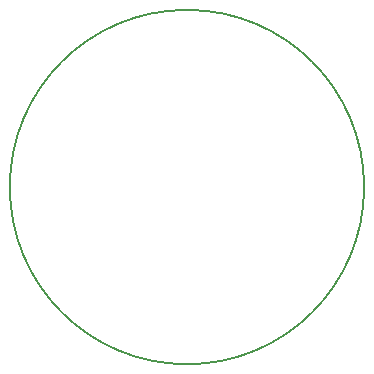
<source format=gbr>
G04 #@! TF.FileFunction,Profile,NP*
%FSLAX46Y46*%
G04 Gerber Fmt 4.6, Leading zero omitted, Abs format (unit mm)*
G04 Created by KiCad (PCBNEW 4.0.7+dfsg1-1ubuntu2) date Wed Aug 15 18:29:26 2018*
%MOMM*%
%LPD*%
G01*
G04 APERTURE LIST*
%ADD10C,0.100000*%
%ADD11C,0.150000*%
G04 APERTURE END LIST*
D10*
D11*
X15000000Y0D02*
G75*
G03X15000000Y0I-15000000J0D01*
G01*
M02*

</source>
